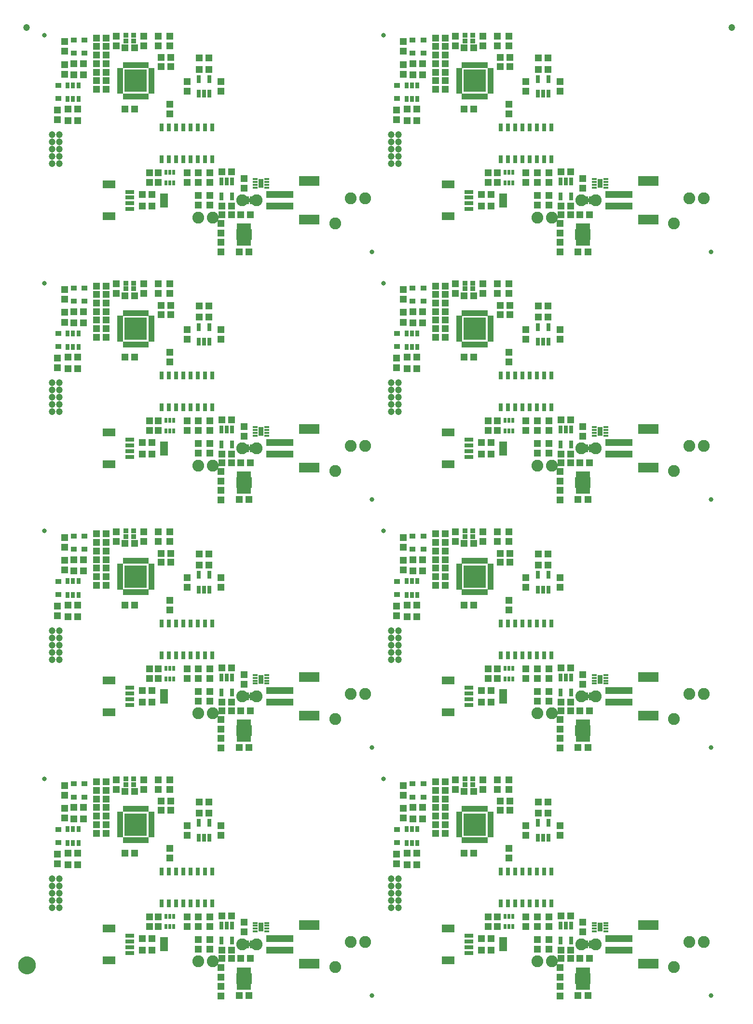
<source format=gbs>
G04 EAGLE Gerber RS-274X export*
G75*
%MOMM*%
%FSLAX34Y34*%
%LPD*%
%INSoldermask Bottom*%
%IPPOS*%
%AMOC8*
5,1,8,0,0,1.08239X$1,22.5*%
G01*
%ADD10C,0.838200*%
%ADD11R,1.203200X1.303200*%
%ADD12R,0.753200X1.403200*%
%ADD13R,1.303200X1.203200*%
%ADD14R,0.803200X1.403200*%
%ADD15R,0.503200X0.863200*%
%ADD16R,0.840000X0.440000*%
%ADD17R,0.940000X1.520000*%
%ADD18C,2.082800*%
%ADD19R,4.803200X1.203200*%
%ADD20R,3.603200X1.803200*%
%ADD21R,0.838200X1.473200*%
%ADD22R,0.553200X1.003200*%
%ADD23R,2.703200X1.903200*%
%ADD24R,1.473200X0.838200*%
%ADD25R,0.753200X1.003200*%
%ADD26R,1.033200X0.833200*%
%ADD27R,0.953200X0.903200*%
%ADD28R,1.103200X0.483200*%
%ADD29R,3.903200X3.903200*%
%ADD30R,0.483200X1.103200*%
%ADD31R,2.203200X1.403200*%
%ADD32R,1.553200X0.803200*%
%ADD33C,1.203200*%
%ADD34C,1.270000*%
%ADD35C,1.703200*%

G36*
X962041Y1401813D02*
X962041Y1401813D01*
X962107Y1401815D01*
X962150Y1401833D01*
X962197Y1401841D01*
X962254Y1401875D01*
X962315Y1401899D01*
X962350Y1401931D01*
X962390Y1401955D01*
X962432Y1402006D01*
X962480Y1402051D01*
X962502Y1402093D01*
X962532Y1402130D01*
X962553Y1402192D01*
X962583Y1402250D01*
X962591Y1402305D01*
X962603Y1402342D01*
X962602Y1402381D01*
X962610Y1402436D01*
X962610Y1408024D01*
X962599Y1408089D01*
X962597Y1408154D01*
X962579Y1408198D01*
X962571Y1408245D01*
X962537Y1408301D01*
X962513Y1408362D01*
X962481Y1408397D01*
X962457Y1408438D01*
X962406Y1408479D01*
X962361Y1408528D01*
X962319Y1408549D01*
X962282Y1408579D01*
X962220Y1408600D01*
X962162Y1408630D01*
X962107Y1408639D01*
X962070Y1408651D01*
X962031Y1408650D01*
X961976Y1408658D01*
X958166Y1408658D01*
X958101Y1408646D01*
X958036Y1408644D01*
X957992Y1408627D01*
X957945Y1408618D01*
X957889Y1408585D01*
X957828Y1408560D01*
X957793Y1408528D01*
X957752Y1408504D01*
X957711Y1408453D01*
X957662Y1408409D01*
X957641Y1408367D01*
X957611Y1408330D01*
X957590Y1408268D01*
X957560Y1408209D01*
X957552Y1408155D01*
X957539Y1408118D01*
X957540Y1408078D01*
X957532Y1408024D01*
X957532Y1402436D01*
X957544Y1402371D01*
X957546Y1402305D01*
X957563Y1402262D01*
X957572Y1402215D01*
X957605Y1402158D01*
X957630Y1402097D01*
X957662Y1402063D01*
X957686Y1402022D01*
X957737Y1401980D01*
X957781Y1401932D01*
X957823Y1401910D01*
X957860Y1401880D01*
X957922Y1401859D01*
X957981Y1401829D01*
X958035Y1401821D01*
X958072Y1401809D01*
X958112Y1401810D01*
X958166Y1401802D01*
X961976Y1401802D01*
X962041Y1401813D01*
G37*
G36*
X366970Y1401813D02*
X366970Y1401813D01*
X367036Y1401815D01*
X367079Y1401833D01*
X367126Y1401841D01*
X367183Y1401875D01*
X367243Y1401899D01*
X367278Y1401931D01*
X367319Y1401955D01*
X367361Y1402006D01*
X367409Y1402051D01*
X367431Y1402093D01*
X367460Y1402130D01*
X367481Y1402192D01*
X367512Y1402250D01*
X367520Y1402305D01*
X367532Y1402342D01*
X367531Y1402381D01*
X367539Y1402436D01*
X367539Y1408024D01*
X367528Y1408089D01*
X367526Y1408154D01*
X367508Y1408198D01*
X367500Y1408245D01*
X367466Y1408301D01*
X367441Y1408362D01*
X367410Y1408397D01*
X367385Y1408438D01*
X367334Y1408479D01*
X367290Y1408528D01*
X367248Y1408549D01*
X367211Y1408579D01*
X367149Y1408600D01*
X367090Y1408630D01*
X367036Y1408639D01*
X366999Y1408651D01*
X366959Y1408650D01*
X366905Y1408658D01*
X363095Y1408658D01*
X363030Y1408646D01*
X362964Y1408644D01*
X362921Y1408627D01*
X362874Y1408618D01*
X362817Y1408585D01*
X362757Y1408560D01*
X362722Y1408528D01*
X362681Y1408504D01*
X362640Y1408453D01*
X362591Y1408409D01*
X362569Y1408367D01*
X362540Y1408330D01*
X362519Y1408268D01*
X362488Y1408209D01*
X362480Y1408155D01*
X362468Y1408118D01*
X362469Y1408078D01*
X362461Y1408024D01*
X362461Y1402436D01*
X362472Y1402371D01*
X362474Y1402305D01*
X362492Y1402262D01*
X362500Y1402215D01*
X362534Y1402158D01*
X362559Y1402097D01*
X362590Y1402063D01*
X362615Y1402022D01*
X362666Y1401980D01*
X362710Y1401932D01*
X362752Y1401910D01*
X362789Y1401880D01*
X362851Y1401859D01*
X362910Y1401829D01*
X362964Y1401821D01*
X363001Y1401809D01*
X363041Y1401810D01*
X363095Y1401802D01*
X366905Y1401802D01*
X366970Y1401813D01*
G37*
G36*
X962041Y966737D02*
X962041Y966737D01*
X962107Y966739D01*
X962150Y966756D01*
X962197Y966765D01*
X962254Y966798D01*
X962315Y966823D01*
X962350Y966855D01*
X962390Y966879D01*
X962432Y966930D01*
X962480Y966974D01*
X962502Y967016D01*
X962532Y967053D01*
X962553Y967115D01*
X962583Y967174D01*
X962591Y967228D01*
X962603Y967265D01*
X962602Y967305D01*
X962610Y967359D01*
X962610Y972947D01*
X962599Y973012D01*
X962597Y973078D01*
X962579Y973121D01*
X962571Y973168D01*
X962537Y973225D01*
X962513Y973286D01*
X962481Y973321D01*
X962457Y973361D01*
X962406Y973403D01*
X962361Y973451D01*
X962319Y973473D01*
X962282Y973503D01*
X962220Y973524D01*
X962162Y973554D01*
X962107Y973562D01*
X962070Y973574D01*
X962031Y973573D01*
X961976Y973581D01*
X958166Y973581D01*
X958101Y973570D01*
X958036Y973568D01*
X957992Y973550D01*
X957945Y973542D01*
X957889Y973508D01*
X957828Y973484D01*
X957793Y973452D01*
X957752Y973428D01*
X957711Y973377D01*
X957662Y973332D01*
X957641Y973290D01*
X957611Y973253D01*
X957590Y973191D01*
X957560Y973133D01*
X957552Y973078D01*
X957539Y973041D01*
X957540Y973002D01*
X957532Y972947D01*
X957532Y967359D01*
X957544Y967294D01*
X957546Y967229D01*
X957563Y967185D01*
X957572Y967138D01*
X957605Y967082D01*
X957630Y967021D01*
X957662Y966986D01*
X957686Y966945D01*
X957737Y966904D01*
X957781Y966855D01*
X957823Y966834D01*
X957860Y966804D01*
X957922Y966783D01*
X957981Y966753D01*
X958035Y966745D01*
X958072Y966732D01*
X958112Y966733D01*
X958166Y966725D01*
X961976Y966725D01*
X962041Y966737D01*
G37*
G36*
X366970Y966737D02*
X366970Y966737D01*
X367036Y966739D01*
X367079Y966756D01*
X367126Y966765D01*
X367183Y966798D01*
X367243Y966823D01*
X367278Y966855D01*
X367319Y966879D01*
X367361Y966930D01*
X367409Y966974D01*
X367431Y967016D01*
X367460Y967053D01*
X367481Y967115D01*
X367512Y967174D01*
X367520Y967228D01*
X367532Y967265D01*
X367531Y967305D01*
X367539Y967359D01*
X367539Y972947D01*
X367528Y973012D01*
X367526Y973078D01*
X367508Y973121D01*
X367500Y973168D01*
X367466Y973225D01*
X367441Y973286D01*
X367410Y973321D01*
X367385Y973361D01*
X367334Y973403D01*
X367290Y973451D01*
X367248Y973473D01*
X367211Y973503D01*
X367149Y973524D01*
X367090Y973554D01*
X367036Y973562D01*
X366999Y973574D01*
X366959Y973573D01*
X366905Y973581D01*
X363095Y973581D01*
X363030Y973570D01*
X362964Y973568D01*
X362921Y973550D01*
X362874Y973542D01*
X362817Y973508D01*
X362757Y973484D01*
X362722Y973452D01*
X362681Y973428D01*
X362640Y973377D01*
X362591Y973332D01*
X362569Y973290D01*
X362540Y973253D01*
X362519Y973191D01*
X362488Y973133D01*
X362480Y973078D01*
X362468Y973041D01*
X362469Y973002D01*
X362461Y972947D01*
X362461Y967359D01*
X362472Y967294D01*
X362474Y967229D01*
X362492Y967185D01*
X362500Y967138D01*
X362534Y967082D01*
X362559Y967021D01*
X362590Y966986D01*
X362615Y966945D01*
X362666Y966904D01*
X362710Y966855D01*
X362752Y966834D01*
X362789Y966804D01*
X362851Y966783D01*
X362910Y966753D01*
X362964Y966745D01*
X363001Y966732D01*
X363041Y966733D01*
X363095Y966725D01*
X366905Y966725D01*
X366970Y966737D01*
G37*
G36*
X962041Y531660D02*
X962041Y531660D01*
X962107Y531662D01*
X962150Y531680D01*
X962197Y531688D01*
X962254Y531722D01*
X962315Y531746D01*
X962350Y531778D01*
X962390Y531802D01*
X962432Y531853D01*
X962480Y531898D01*
X962502Y531940D01*
X962532Y531976D01*
X962553Y532039D01*
X962583Y532097D01*
X962591Y532152D01*
X962603Y532189D01*
X962602Y532228D01*
X962610Y532283D01*
X962610Y537871D01*
X962599Y537935D01*
X962597Y538001D01*
X962579Y538045D01*
X962571Y538091D01*
X962537Y538148D01*
X962513Y538209D01*
X962481Y538244D01*
X962457Y538285D01*
X962406Y538326D01*
X962361Y538375D01*
X962319Y538396D01*
X962282Y538426D01*
X962220Y538447D01*
X962162Y538477D01*
X962107Y538485D01*
X962070Y538498D01*
X962031Y538497D01*
X961976Y538505D01*
X958166Y538505D01*
X958101Y538493D01*
X958036Y538491D01*
X957992Y538474D01*
X957945Y538465D01*
X957889Y538432D01*
X957828Y538407D01*
X957793Y538375D01*
X957752Y538351D01*
X957711Y538300D01*
X957662Y538256D01*
X957641Y538214D01*
X957611Y538177D01*
X957590Y538115D01*
X957560Y538056D01*
X957552Y538002D01*
X957539Y537964D01*
X957540Y537925D01*
X957532Y537871D01*
X957532Y532283D01*
X957544Y532218D01*
X957546Y532152D01*
X957563Y532108D01*
X957572Y532062D01*
X957605Y532005D01*
X957630Y531944D01*
X957662Y531909D01*
X957686Y531869D01*
X957737Y531827D01*
X957781Y531779D01*
X957823Y531757D01*
X957860Y531727D01*
X957922Y531706D01*
X957981Y531676D01*
X958035Y531668D01*
X958072Y531655D01*
X958112Y531656D01*
X958166Y531648D01*
X961976Y531648D01*
X962041Y531660D01*
G37*
G36*
X366970Y531660D02*
X366970Y531660D01*
X367036Y531662D01*
X367079Y531680D01*
X367126Y531688D01*
X367183Y531722D01*
X367243Y531746D01*
X367278Y531778D01*
X367319Y531802D01*
X367361Y531853D01*
X367409Y531898D01*
X367431Y531940D01*
X367460Y531976D01*
X367481Y532039D01*
X367512Y532097D01*
X367520Y532152D01*
X367532Y532189D01*
X367531Y532228D01*
X367539Y532283D01*
X367539Y537871D01*
X367528Y537935D01*
X367526Y538001D01*
X367508Y538045D01*
X367500Y538091D01*
X367466Y538148D01*
X367441Y538209D01*
X367410Y538244D01*
X367385Y538285D01*
X367334Y538326D01*
X367290Y538375D01*
X367248Y538396D01*
X367211Y538426D01*
X367149Y538447D01*
X367090Y538477D01*
X367036Y538485D01*
X366999Y538498D01*
X366959Y538497D01*
X366905Y538505D01*
X363095Y538505D01*
X363030Y538493D01*
X362964Y538491D01*
X362921Y538474D01*
X362874Y538465D01*
X362817Y538432D01*
X362757Y538407D01*
X362722Y538375D01*
X362681Y538351D01*
X362640Y538300D01*
X362591Y538256D01*
X362569Y538214D01*
X362540Y538177D01*
X362519Y538115D01*
X362488Y538056D01*
X362480Y538002D01*
X362468Y537964D01*
X362469Y537925D01*
X362461Y537871D01*
X362461Y532283D01*
X362472Y532218D01*
X362474Y532152D01*
X362492Y532108D01*
X362500Y532062D01*
X362534Y532005D01*
X362559Y531944D01*
X362590Y531909D01*
X362615Y531869D01*
X362666Y531827D01*
X362710Y531779D01*
X362752Y531757D01*
X362789Y531727D01*
X362851Y531706D01*
X362910Y531676D01*
X362964Y531668D01*
X363001Y531655D01*
X363041Y531656D01*
X363095Y531648D01*
X366905Y531648D01*
X366970Y531660D01*
G37*
G36*
X962041Y96583D02*
X962041Y96583D01*
X962107Y96585D01*
X962150Y96603D01*
X962197Y96611D01*
X962254Y96645D01*
X962315Y96670D01*
X962350Y96701D01*
X962390Y96726D01*
X962432Y96777D01*
X962480Y96821D01*
X962502Y96863D01*
X962532Y96900D01*
X962553Y96962D01*
X962583Y97021D01*
X962591Y97075D01*
X962603Y97112D01*
X962602Y97152D01*
X962610Y97206D01*
X962610Y102794D01*
X962599Y102859D01*
X962597Y102925D01*
X962579Y102968D01*
X962571Y103015D01*
X962537Y103072D01*
X962513Y103132D01*
X962481Y103167D01*
X962457Y103208D01*
X962406Y103250D01*
X962361Y103298D01*
X962319Y103320D01*
X962282Y103349D01*
X962220Y103370D01*
X962162Y103401D01*
X962107Y103409D01*
X962070Y103421D01*
X962031Y103420D01*
X961976Y103428D01*
X958166Y103428D01*
X958101Y103417D01*
X958036Y103415D01*
X957992Y103397D01*
X957945Y103389D01*
X957889Y103355D01*
X957828Y103330D01*
X957793Y103299D01*
X957752Y103274D01*
X957711Y103223D01*
X957662Y103179D01*
X957641Y103137D01*
X957611Y103100D01*
X957590Y103038D01*
X957560Y102979D01*
X957552Y102925D01*
X957539Y102888D01*
X957540Y102848D01*
X957532Y102794D01*
X957532Y97206D01*
X957544Y97141D01*
X957546Y97075D01*
X957563Y97032D01*
X957572Y96985D01*
X957605Y96928D01*
X957630Y96868D01*
X957662Y96833D01*
X957686Y96792D01*
X957737Y96751D01*
X957781Y96702D01*
X957823Y96680D01*
X957860Y96651D01*
X957922Y96630D01*
X957981Y96599D01*
X958035Y96591D01*
X958072Y96579D01*
X958112Y96580D01*
X958166Y96572D01*
X961976Y96572D01*
X962041Y96583D01*
G37*
G36*
X366970Y96583D02*
X366970Y96583D01*
X367036Y96585D01*
X367079Y96603D01*
X367126Y96611D01*
X367183Y96645D01*
X367243Y96670D01*
X367278Y96701D01*
X367319Y96726D01*
X367361Y96777D01*
X367409Y96821D01*
X367431Y96863D01*
X367460Y96900D01*
X367481Y96962D01*
X367512Y97021D01*
X367520Y97075D01*
X367532Y97112D01*
X367531Y97152D01*
X367539Y97206D01*
X367539Y102794D01*
X367528Y102859D01*
X367526Y102925D01*
X367508Y102968D01*
X367500Y103015D01*
X367466Y103072D01*
X367441Y103132D01*
X367410Y103167D01*
X367385Y103208D01*
X367334Y103250D01*
X367290Y103298D01*
X367248Y103320D01*
X367211Y103349D01*
X367149Y103370D01*
X367090Y103401D01*
X367036Y103409D01*
X366999Y103421D01*
X366959Y103420D01*
X366905Y103428D01*
X363095Y103428D01*
X363030Y103417D01*
X362964Y103415D01*
X362921Y103397D01*
X362874Y103389D01*
X362817Y103355D01*
X362757Y103330D01*
X362722Y103299D01*
X362681Y103274D01*
X362640Y103223D01*
X362591Y103179D01*
X362569Y103137D01*
X362540Y103100D01*
X362519Y103038D01*
X362488Y102979D01*
X362480Y102925D01*
X362468Y102888D01*
X362469Y102848D01*
X362461Y102794D01*
X362461Y97206D01*
X362472Y97141D01*
X362474Y97075D01*
X362492Y97032D01*
X362500Y96985D01*
X362534Y96928D01*
X362559Y96868D01*
X362590Y96833D01*
X362615Y96792D01*
X362666Y96751D01*
X362710Y96702D01*
X362752Y96680D01*
X362789Y96651D01*
X362851Y96630D01*
X362910Y96599D01*
X362964Y96591D01*
X363001Y96579D01*
X363041Y96580D01*
X363095Y96572D01*
X366905Y96572D01*
X366970Y96583D01*
G37*
D10*
X580000Y10000D03*
X5000Y390000D03*
D11*
X295000Y91500D03*
X295000Y108500D03*
X275000Y108500D03*
X275000Y91500D03*
D12*
X315500Y133001D03*
X325000Y133001D03*
X334500Y133001D03*
X334500Y106999D03*
X315500Y106999D03*
D13*
X333500Y150000D03*
X316500Y150000D03*
D11*
X275000Y131500D03*
X275000Y148500D03*
X295000Y131500D03*
X295000Y148500D03*
X189000Y148500D03*
X189000Y131500D03*
D14*
X210550Y228000D03*
X223250Y228000D03*
X235950Y228000D03*
X248650Y228000D03*
X261350Y228000D03*
X274050Y228000D03*
X286750Y228000D03*
X299450Y228000D03*
X299450Y172000D03*
X286750Y172000D03*
X274050Y172000D03*
X261350Y172000D03*
X248650Y172000D03*
X235950Y172000D03*
X223250Y172000D03*
X210550Y172000D03*
D11*
X255000Y131500D03*
X255000Y148500D03*
X205000Y148500D03*
X205000Y131500D03*
D15*
X218500Y149200D03*
X225000Y130800D03*
X231500Y130800D03*
X218500Y130800D03*
X225000Y149200D03*
X231500Y149200D03*
D11*
X225000Y251500D03*
X225000Y268500D03*
D16*
X394900Y122500D03*
X394900Y127500D03*
X394900Y132500D03*
X394900Y137500D03*
X374900Y137500D03*
X374900Y132500D03*
X374900Y127500D03*
X374900Y122500D03*
D17*
X385000Y130000D03*
D11*
X355000Y121500D03*
X355000Y138500D03*
D18*
X275000Y70000D03*
X300400Y70000D03*
D13*
X316500Y75000D03*
X333500Y75000D03*
X366500Y75000D03*
X349500Y75000D03*
X363500Y10000D03*
X346500Y10000D03*
D19*
X418000Y90000D03*
X418000Y110000D03*
D20*
X470000Y66000D03*
X470000Y134000D03*
D21*
X370080Y100000D03*
X359920Y100000D03*
D18*
X377700Y100000D03*
X352300Y100000D03*
D22*
X355000Y25500D03*
X360000Y25500D03*
X365000Y25500D03*
X350000Y25500D03*
X345000Y25500D03*
X345000Y54500D03*
X350000Y54500D03*
X355000Y54500D03*
X360000Y54500D03*
X365000Y54500D03*
D23*
X355000Y40000D03*
D11*
X315000Y59500D03*
X315000Y42500D03*
D13*
X333500Y90000D03*
X316500Y90000D03*
D11*
X315000Y9500D03*
X315000Y26500D03*
D13*
X176500Y90000D03*
X193500Y90000D03*
X176500Y110000D03*
X193500Y110000D03*
D24*
X215000Y108128D03*
X215000Y100000D03*
X215000Y91872D03*
D25*
X45500Y302000D03*
X55000Y302000D03*
X64500Y302000D03*
X64500Y278000D03*
X45500Y278000D03*
X55000Y278000D03*
D13*
X63500Y260000D03*
X46500Y260000D03*
X46500Y240000D03*
X63500Y240000D03*
D11*
X28000Y258500D03*
X28000Y241500D03*
D26*
X29000Y301500D03*
X29000Y278500D03*
D11*
X40000Y338500D03*
X40000Y321500D03*
X40000Y378500D03*
X40000Y361500D03*
D13*
X73500Y320000D03*
X56500Y320000D03*
X73500Y340000D03*
X56500Y340000D03*
D26*
X56000Y358500D03*
X56000Y381500D03*
X75000Y358500D03*
X75000Y381500D03*
D13*
X293500Y330000D03*
X276500Y330000D03*
X276500Y350000D03*
X293500Y350000D03*
D12*
X294500Y286999D03*
X285000Y286999D03*
X275500Y286999D03*
X275500Y313001D03*
X294500Y313001D03*
D11*
X315000Y291500D03*
X315000Y308500D03*
X255000Y308500D03*
X255000Y291500D03*
X225000Y371500D03*
X225000Y388500D03*
D27*
X148250Y380000D03*
X161750Y380000D03*
X161750Y390000D03*
X148250Y390000D03*
D28*
X192500Y330000D03*
D29*
X165000Y310000D03*
D28*
X192500Y325000D03*
X192500Y320000D03*
X192500Y315000D03*
X192500Y310000D03*
X192500Y305000D03*
X192500Y300000D03*
X192500Y295000D03*
X192500Y290000D03*
D30*
X185000Y282500D03*
X180000Y282500D03*
X175000Y282500D03*
X170000Y282500D03*
X165000Y282500D03*
X160000Y282500D03*
X155000Y282500D03*
X150000Y282500D03*
X145000Y282500D03*
D28*
X137500Y290000D03*
X137500Y295000D03*
X137500Y300000D03*
X137500Y305000D03*
X137500Y310000D03*
X137500Y315000D03*
X137500Y320000D03*
X137500Y325000D03*
X137500Y330000D03*
D30*
X145000Y337500D03*
X150000Y337500D03*
X155000Y337500D03*
X160000Y337500D03*
X165000Y337500D03*
X170000Y337500D03*
X175000Y337500D03*
X180000Y337500D03*
X185000Y337500D03*
D13*
X146500Y368000D03*
X163500Y368000D03*
D11*
X179000Y388500D03*
X179000Y371500D03*
X131000Y388500D03*
X131000Y371500D03*
D13*
X96500Y385000D03*
X113500Y385000D03*
X96500Y295000D03*
X113500Y295000D03*
D11*
X205000Y371500D03*
X205000Y388500D03*
D13*
X163500Y260000D03*
X146500Y260000D03*
X113500Y325000D03*
X96500Y325000D03*
X113500Y310000D03*
X96500Y310000D03*
D31*
X118250Y72000D03*
X118250Y128000D03*
D32*
X155000Y85000D03*
X155000Y95000D03*
X155000Y105000D03*
X155000Y115000D03*
D13*
X96500Y355000D03*
X113500Y355000D03*
X113500Y340000D03*
X96500Y340000D03*
D18*
X542000Y104000D03*
X567400Y104000D03*
D13*
X209500Y335000D03*
X226500Y335000D03*
X209500Y351000D03*
X226500Y351000D03*
X113500Y370000D03*
X96500Y370000D03*
D18*
X515000Y60000D03*
D33*
X31350Y177300D03*
X31350Y190000D03*
X31350Y202700D03*
X31350Y215400D03*
X31350Y164600D03*
X18650Y177300D03*
X18650Y190000D03*
X18650Y202700D03*
X18650Y215400D03*
X18650Y164600D03*
D10*
X1175071Y10000D03*
X600071Y390000D03*
D11*
X890071Y91500D03*
X890071Y108500D03*
X870071Y108500D03*
X870071Y91500D03*
D12*
X910571Y133001D03*
X920071Y133001D03*
X929571Y133001D03*
X929571Y106999D03*
X910571Y106999D03*
D13*
X928571Y150000D03*
X911571Y150000D03*
D11*
X870071Y131500D03*
X870071Y148500D03*
X890071Y131500D03*
X890071Y148500D03*
X784071Y148500D03*
X784071Y131500D03*
D14*
X805621Y228000D03*
X818321Y228000D03*
X831021Y228000D03*
X843721Y228000D03*
X856421Y228000D03*
X869121Y228000D03*
X881821Y228000D03*
X894521Y228000D03*
X894521Y172000D03*
X881821Y172000D03*
X869121Y172000D03*
X856421Y172000D03*
X843721Y172000D03*
X831021Y172000D03*
X818321Y172000D03*
X805621Y172000D03*
D11*
X850071Y131500D03*
X850071Y148500D03*
X800071Y148500D03*
X800071Y131500D03*
D15*
X813571Y149200D03*
X820071Y130800D03*
X826571Y130800D03*
X813571Y130800D03*
X820071Y149200D03*
X826571Y149200D03*
D11*
X820071Y251500D03*
X820071Y268500D03*
D16*
X989971Y122500D03*
X989971Y127500D03*
X989971Y132500D03*
X989971Y137500D03*
X969971Y137500D03*
X969971Y132500D03*
X969971Y127500D03*
X969971Y122500D03*
D17*
X980071Y130000D03*
D11*
X950071Y121500D03*
X950071Y138500D03*
D18*
X870071Y70000D03*
X895471Y70000D03*
D13*
X911571Y75000D03*
X928571Y75000D03*
X961571Y75000D03*
X944571Y75000D03*
X958571Y10000D03*
X941571Y10000D03*
D19*
X1013071Y90000D03*
X1013071Y110000D03*
D20*
X1065071Y66000D03*
X1065071Y134000D03*
D21*
X965151Y100000D03*
X954991Y100000D03*
D18*
X972771Y100000D03*
X947371Y100000D03*
D22*
X950071Y25500D03*
X955071Y25500D03*
X960071Y25500D03*
X945071Y25500D03*
X940071Y25500D03*
X940071Y54500D03*
X945071Y54500D03*
X950071Y54500D03*
X955071Y54500D03*
X960071Y54500D03*
D23*
X950071Y40000D03*
D11*
X910071Y59500D03*
X910071Y42500D03*
D13*
X928571Y90000D03*
X911571Y90000D03*
D11*
X910071Y9500D03*
X910071Y26500D03*
D13*
X771571Y90000D03*
X788571Y90000D03*
X771571Y110000D03*
X788571Y110000D03*
D24*
X810071Y108128D03*
X810071Y100000D03*
X810071Y91872D03*
D25*
X640571Y302000D03*
X650071Y302000D03*
X659571Y302000D03*
X659571Y278000D03*
X640571Y278000D03*
X650071Y278000D03*
D13*
X658571Y260000D03*
X641571Y260000D03*
X641571Y240000D03*
X658571Y240000D03*
D11*
X623071Y258500D03*
X623071Y241500D03*
D26*
X624071Y301500D03*
X624071Y278500D03*
D11*
X635071Y338500D03*
X635071Y321500D03*
X635071Y378500D03*
X635071Y361500D03*
D13*
X668571Y320000D03*
X651571Y320000D03*
X668571Y340000D03*
X651571Y340000D03*
D26*
X651071Y358500D03*
X651071Y381500D03*
X670071Y358500D03*
X670071Y381500D03*
D13*
X888571Y330000D03*
X871571Y330000D03*
X871571Y350000D03*
X888571Y350000D03*
D12*
X889571Y286999D03*
X880071Y286999D03*
X870571Y286999D03*
X870571Y313001D03*
X889571Y313001D03*
D11*
X910071Y291500D03*
X910071Y308500D03*
X850071Y308500D03*
X850071Y291500D03*
X820071Y371500D03*
X820071Y388500D03*
D27*
X743321Y380000D03*
X756821Y380000D03*
X756821Y390000D03*
X743321Y390000D03*
D28*
X787571Y330000D03*
D29*
X760071Y310000D03*
D28*
X787571Y325000D03*
X787571Y320000D03*
X787571Y315000D03*
X787571Y310000D03*
X787571Y305000D03*
X787571Y300000D03*
X787571Y295000D03*
X787571Y290000D03*
D30*
X780071Y282500D03*
X775071Y282500D03*
X770071Y282500D03*
X765071Y282500D03*
X760071Y282500D03*
X755071Y282500D03*
X750071Y282500D03*
X745071Y282500D03*
X740071Y282500D03*
D28*
X732571Y290000D03*
X732571Y295000D03*
X732571Y300000D03*
X732571Y305000D03*
X732571Y310000D03*
X732571Y315000D03*
X732571Y320000D03*
X732571Y325000D03*
X732571Y330000D03*
D30*
X740071Y337500D03*
X745071Y337500D03*
X750071Y337500D03*
X755071Y337500D03*
X760071Y337500D03*
X765071Y337500D03*
X770071Y337500D03*
X775071Y337500D03*
X780071Y337500D03*
D13*
X741571Y368000D03*
X758571Y368000D03*
D11*
X774071Y388500D03*
X774071Y371500D03*
X726071Y388500D03*
X726071Y371500D03*
D13*
X691571Y385000D03*
X708571Y385000D03*
X691571Y295000D03*
X708571Y295000D03*
D11*
X800071Y371500D03*
X800071Y388500D03*
D13*
X758571Y260000D03*
X741571Y260000D03*
X708571Y325000D03*
X691571Y325000D03*
X708571Y310000D03*
X691571Y310000D03*
D31*
X713321Y72000D03*
X713321Y128000D03*
D32*
X750071Y85000D03*
X750071Y95000D03*
X750071Y105000D03*
X750071Y115000D03*
D13*
X691571Y355000D03*
X708571Y355000D03*
X708571Y340000D03*
X691571Y340000D03*
D18*
X1137071Y104000D03*
X1162471Y104000D03*
D13*
X804571Y335000D03*
X821571Y335000D03*
X804571Y351000D03*
X821571Y351000D03*
X708571Y370000D03*
X691571Y370000D03*
D18*
X1110071Y60000D03*
D33*
X626421Y177300D03*
X626421Y190000D03*
X626421Y202700D03*
X626421Y215400D03*
X626421Y164600D03*
X613721Y177300D03*
X613721Y190000D03*
X613721Y202700D03*
X613721Y215400D03*
X613721Y164600D03*
D10*
X580000Y445077D03*
X5000Y825077D03*
D11*
X295000Y526577D03*
X295000Y543577D03*
X275000Y543577D03*
X275000Y526577D03*
D12*
X315500Y568078D03*
X325000Y568078D03*
X334500Y568078D03*
X334500Y542076D03*
X315500Y542076D03*
D13*
X333500Y585077D03*
X316500Y585077D03*
D11*
X275000Y566577D03*
X275000Y583577D03*
X295000Y566577D03*
X295000Y583577D03*
X189000Y583577D03*
X189000Y566577D03*
D14*
X210550Y663077D03*
X223250Y663077D03*
X235950Y663077D03*
X248650Y663077D03*
X261350Y663077D03*
X274050Y663077D03*
X286750Y663077D03*
X299450Y663077D03*
X299450Y607077D03*
X286750Y607077D03*
X274050Y607077D03*
X261350Y607077D03*
X248650Y607077D03*
X235950Y607077D03*
X223250Y607077D03*
X210550Y607077D03*
D11*
X255000Y566577D03*
X255000Y583577D03*
X205000Y583577D03*
X205000Y566577D03*
D15*
X218500Y584277D03*
X225000Y565877D03*
X231500Y565877D03*
X218500Y565877D03*
X225000Y584277D03*
X231500Y584277D03*
D11*
X225000Y686577D03*
X225000Y703577D03*
D16*
X394900Y557577D03*
X394900Y562577D03*
X394900Y567577D03*
X394900Y572577D03*
X374900Y572577D03*
X374900Y567577D03*
X374900Y562577D03*
X374900Y557577D03*
D17*
X385000Y565077D03*
D11*
X355000Y556577D03*
X355000Y573577D03*
D18*
X275000Y505077D03*
X300400Y505077D03*
D13*
X316500Y510077D03*
X333500Y510077D03*
X366500Y510077D03*
X349500Y510077D03*
X363500Y445077D03*
X346500Y445077D03*
D19*
X418000Y525077D03*
X418000Y545077D03*
D20*
X470000Y501077D03*
X470000Y569077D03*
D21*
X370080Y535077D03*
X359920Y535077D03*
D18*
X377700Y535077D03*
X352300Y535077D03*
D22*
X355000Y460577D03*
X360000Y460577D03*
X365000Y460577D03*
X350000Y460577D03*
X345000Y460577D03*
X345000Y489577D03*
X350000Y489577D03*
X355000Y489577D03*
X360000Y489577D03*
X365000Y489577D03*
D23*
X355000Y475077D03*
D11*
X315000Y494577D03*
X315000Y477577D03*
D13*
X333500Y525077D03*
X316500Y525077D03*
D11*
X315000Y444577D03*
X315000Y461577D03*
D13*
X176500Y525077D03*
X193500Y525077D03*
X176500Y545077D03*
X193500Y545077D03*
D24*
X215000Y543205D03*
X215000Y535077D03*
X215000Y526949D03*
D25*
X45500Y737077D03*
X55000Y737077D03*
X64500Y737077D03*
X64500Y713077D03*
X45500Y713077D03*
X55000Y713077D03*
D13*
X63500Y695077D03*
X46500Y695077D03*
X46500Y675077D03*
X63500Y675077D03*
D11*
X28000Y693577D03*
X28000Y676577D03*
D26*
X29000Y736577D03*
X29000Y713577D03*
D11*
X40000Y773577D03*
X40000Y756577D03*
X40000Y813577D03*
X40000Y796577D03*
D13*
X73500Y755077D03*
X56500Y755077D03*
X73500Y775077D03*
X56500Y775077D03*
D26*
X56000Y793577D03*
X56000Y816577D03*
X75000Y793577D03*
X75000Y816577D03*
D13*
X293500Y765077D03*
X276500Y765077D03*
X276500Y785077D03*
X293500Y785077D03*
D12*
X294500Y722076D03*
X285000Y722076D03*
X275500Y722076D03*
X275500Y748078D03*
X294500Y748078D03*
D11*
X315000Y726577D03*
X315000Y743577D03*
X255000Y743577D03*
X255000Y726577D03*
X225000Y806577D03*
X225000Y823577D03*
D27*
X148250Y815077D03*
X161750Y815077D03*
X161750Y825077D03*
X148250Y825077D03*
D28*
X192500Y765077D03*
D29*
X165000Y745077D03*
D28*
X192500Y760077D03*
X192500Y755077D03*
X192500Y750077D03*
X192500Y745077D03*
X192500Y740077D03*
X192500Y735077D03*
X192500Y730077D03*
X192500Y725077D03*
D30*
X185000Y717577D03*
X180000Y717577D03*
X175000Y717577D03*
X170000Y717577D03*
X165000Y717577D03*
X160000Y717577D03*
X155000Y717577D03*
X150000Y717577D03*
X145000Y717577D03*
D28*
X137500Y725077D03*
X137500Y730077D03*
X137500Y735077D03*
X137500Y740077D03*
X137500Y745077D03*
X137500Y750077D03*
X137500Y755077D03*
X137500Y760077D03*
X137500Y765077D03*
D30*
X145000Y772577D03*
X150000Y772577D03*
X155000Y772577D03*
X160000Y772577D03*
X165000Y772577D03*
X170000Y772577D03*
X175000Y772577D03*
X180000Y772577D03*
X185000Y772577D03*
D13*
X146500Y803077D03*
X163500Y803077D03*
D11*
X179000Y823577D03*
X179000Y806577D03*
X131000Y823577D03*
X131000Y806577D03*
D13*
X96500Y820077D03*
X113500Y820077D03*
X96500Y730077D03*
X113500Y730077D03*
D11*
X205000Y806577D03*
X205000Y823577D03*
D13*
X163500Y695077D03*
X146500Y695077D03*
X113500Y760077D03*
X96500Y760077D03*
X113500Y745077D03*
X96500Y745077D03*
D31*
X118250Y507077D03*
X118250Y563077D03*
D32*
X155000Y520077D03*
X155000Y530077D03*
X155000Y540077D03*
X155000Y550077D03*
D13*
X96500Y790077D03*
X113500Y790077D03*
X113500Y775077D03*
X96500Y775077D03*
D18*
X542000Y539077D03*
X567400Y539077D03*
D13*
X209500Y770077D03*
X226500Y770077D03*
X209500Y786077D03*
X226500Y786077D03*
X113500Y805077D03*
X96500Y805077D03*
D18*
X515000Y495077D03*
D33*
X31350Y612377D03*
X31350Y625077D03*
X31350Y637777D03*
X31350Y650477D03*
X31350Y599677D03*
X18650Y612377D03*
X18650Y625077D03*
X18650Y637777D03*
X18650Y650477D03*
X18650Y599677D03*
D10*
X1175071Y445077D03*
X600071Y825077D03*
D11*
X890071Y526577D03*
X890071Y543577D03*
X870071Y543577D03*
X870071Y526577D03*
D12*
X910571Y568078D03*
X920071Y568078D03*
X929571Y568078D03*
X929571Y542076D03*
X910571Y542076D03*
D13*
X928571Y585077D03*
X911571Y585077D03*
D11*
X870071Y566577D03*
X870071Y583577D03*
X890071Y566577D03*
X890071Y583577D03*
X784071Y583577D03*
X784071Y566577D03*
D14*
X805621Y663077D03*
X818321Y663077D03*
X831021Y663077D03*
X843721Y663077D03*
X856421Y663077D03*
X869121Y663077D03*
X881821Y663077D03*
X894521Y663077D03*
X894521Y607077D03*
X881821Y607077D03*
X869121Y607077D03*
X856421Y607077D03*
X843721Y607077D03*
X831021Y607077D03*
X818321Y607077D03*
X805621Y607077D03*
D11*
X850071Y566577D03*
X850071Y583577D03*
X800071Y583577D03*
X800071Y566577D03*
D15*
X813571Y584277D03*
X820071Y565877D03*
X826571Y565877D03*
X813571Y565877D03*
X820071Y584277D03*
X826571Y584277D03*
D11*
X820071Y686577D03*
X820071Y703577D03*
D16*
X989971Y557577D03*
X989971Y562577D03*
X989971Y567577D03*
X989971Y572577D03*
X969971Y572577D03*
X969971Y567577D03*
X969971Y562577D03*
X969971Y557577D03*
D17*
X980071Y565077D03*
D11*
X950071Y556577D03*
X950071Y573577D03*
D18*
X870071Y505077D03*
X895471Y505077D03*
D13*
X911571Y510077D03*
X928571Y510077D03*
X961571Y510077D03*
X944571Y510077D03*
X958571Y445077D03*
X941571Y445077D03*
D19*
X1013071Y525077D03*
X1013071Y545077D03*
D20*
X1065071Y501077D03*
X1065071Y569077D03*
D21*
X965151Y535077D03*
X954991Y535077D03*
D18*
X972771Y535077D03*
X947371Y535077D03*
D22*
X950071Y460577D03*
X955071Y460577D03*
X960071Y460577D03*
X945071Y460577D03*
X940071Y460577D03*
X940071Y489577D03*
X945071Y489577D03*
X950071Y489577D03*
X955071Y489577D03*
X960071Y489577D03*
D23*
X950071Y475077D03*
D11*
X910071Y494577D03*
X910071Y477577D03*
D13*
X928571Y525077D03*
X911571Y525077D03*
D11*
X910071Y444577D03*
X910071Y461577D03*
D13*
X771571Y525077D03*
X788571Y525077D03*
X771571Y545077D03*
X788571Y545077D03*
D24*
X810071Y543205D03*
X810071Y535077D03*
X810071Y526949D03*
D25*
X640571Y737077D03*
X650071Y737077D03*
X659571Y737077D03*
X659571Y713077D03*
X640571Y713077D03*
X650071Y713077D03*
D13*
X658571Y695077D03*
X641571Y695077D03*
X641571Y675077D03*
X658571Y675077D03*
D11*
X623071Y693577D03*
X623071Y676577D03*
D26*
X624071Y736577D03*
X624071Y713577D03*
D11*
X635071Y773577D03*
X635071Y756577D03*
X635071Y813577D03*
X635071Y796577D03*
D13*
X668571Y755077D03*
X651571Y755077D03*
X668571Y775077D03*
X651571Y775077D03*
D26*
X651071Y793577D03*
X651071Y816577D03*
X670071Y793577D03*
X670071Y816577D03*
D13*
X888571Y765077D03*
X871571Y765077D03*
X871571Y785077D03*
X888571Y785077D03*
D12*
X889571Y722076D03*
X880071Y722076D03*
X870571Y722076D03*
X870571Y748078D03*
X889571Y748078D03*
D11*
X910071Y726577D03*
X910071Y743577D03*
X850071Y743577D03*
X850071Y726577D03*
X820071Y806577D03*
X820071Y823577D03*
D27*
X743321Y815077D03*
X756821Y815077D03*
X756821Y825077D03*
X743321Y825077D03*
D28*
X787571Y765077D03*
D29*
X760071Y745077D03*
D28*
X787571Y760077D03*
X787571Y755077D03*
X787571Y750077D03*
X787571Y745077D03*
X787571Y740077D03*
X787571Y735077D03*
X787571Y730077D03*
X787571Y725077D03*
D30*
X780071Y717577D03*
X775071Y717577D03*
X770071Y717577D03*
X765071Y717577D03*
X760071Y717577D03*
X755071Y717577D03*
X750071Y717577D03*
X745071Y717577D03*
X740071Y717577D03*
D28*
X732571Y725077D03*
X732571Y730077D03*
X732571Y735077D03*
X732571Y740077D03*
X732571Y745077D03*
X732571Y750077D03*
X732571Y755077D03*
X732571Y760077D03*
X732571Y765077D03*
D30*
X740071Y772577D03*
X745071Y772577D03*
X750071Y772577D03*
X755071Y772577D03*
X760071Y772577D03*
X765071Y772577D03*
X770071Y772577D03*
X775071Y772577D03*
X780071Y772577D03*
D13*
X741571Y803077D03*
X758571Y803077D03*
D11*
X774071Y823577D03*
X774071Y806577D03*
X726071Y823577D03*
X726071Y806577D03*
D13*
X691571Y820077D03*
X708571Y820077D03*
X691571Y730077D03*
X708571Y730077D03*
D11*
X800071Y806577D03*
X800071Y823577D03*
D13*
X758571Y695077D03*
X741571Y695077D03*
X708571Y760077D03*
X691571Y760077D03*
X708571Y745077D03*
X691571Y745077D03*
D31*
X713321Y507077D03*
X713321Y563077D03*
D32*
X750071Y520077D03*
X750071Y530077D03*
X750071Y540077D03*
X750071Y550077D03*
D13*
X691571Y790077D03*
X708571Y790077D03*
X708571Y775077D03*
X691571Y775077D03*
D18*
X1137071Y539077D03*
X1162471Y539077D03*
D13*
X804571Y770077D03*
X821571Y770077D03*
X804571Y786077D03*
X821571Y786077D03*
X708571Y805077D03*
X691571Y805077D03*
D18*
X1110071Y495077D03*
D33*
X626421Y612377D03*
X626421Y625077D03*
X626421Y637777D03*
X626421Y650477D03*
X626421Y599677D03*
X613721Y612377D03*
X613721Y625077D03*
X613721Y637777D03*
X613721Y650477D03*
X613721Y599677D03*
D10*
X580000Y880153D03*
X5000Y1260153D03*
D11*
X295000Y961653D03*
X295000Y978653D03*
X275000Y978653D03*
X275000Y961653D03*
D12*
X315500Y1003154D03*
X325000Y1003154D03*
X334500Y1003154D03*
X334500Y977152D03*
X315500Y977152D03*
D13*
X333500Y1020153D03*
X316500Y1020153D03*
D11*
X275000Y1001653D03*
X275000Y1018653D03*
X295000Y1001653D03*
X295000Y1018653D03*
X189000Y1018653D03*
X189000Y1001653D03*
D14*
X210550Y1098153D03*
X223250Y1098153D03*
X235950Y1098153D03*
X248650Y1098153D03*
X261350Y1098153D03*
X274050Y1098153D03*
X286750Y1098153D03*
X299450Y1098153D03*
X299450Y1042153D03*
X286750Y1042153D03*
X274050Y1042153D03*
X261350Y1042153D03*
X248650Y1042153D03*
X235950Y1042153D03*
X223250Y1042153D03*
X210550Y1042153D03*
D11*
X255000Y1001653D03*
X255000Y1018653D03*
X205000Y1018653D03*
X205000Y1001653D03*
D15*
X218500Y1019353D03*
X225000Y1000953D03*
X231500Y1000953D03*
X218500Y1000953D03*
X225000Y1019353D03*
X231500Y1019353D03*
D11*
X225000Y1121653D03*
X225000Y1138653D03*
D16*
X394900Y992653D03*
X394900Y997653D03*
X394900Y1002653D03*
X394900Y1007653D03*
X374900Y1007653D03*
X374900Y1002653D03*
X374900Y997653D03*
X374900Y992653D03*
D17*
X385000Y1000153D03*
D11*
X355000Y991653D03*
X355000Y1008653D03*
D18*
X275000Y940153D03*
X300400Y940153D03*
D13*
X316500Y945153D03*
X333500Y945153D03*
X366500Y945153D03*
X349500Y945153D03*
X363500Y880153D03*
X346500Y880153D03*
D19*
X418000Y960153D03*
X418000Y980153D03*
D20*
X470000Y936153D03*
X470000Y1004153D03*
D21*
X370080Y970153D03*
X359920Y970153D03*
D18*
X377700Y970153D03*
X352300Y970153D03*
D22*
X355000Y895653D03*
X360000Y895653D03*
X365000Y895653D03*
X350000Y895653D03*
X345000Y895653D03*
X345000Y924653D03*
X350000Y924653D03*
X355000Y924653D03*
X360000Y924653D03*
X365000Y924653D03*
D23*
X355000Y910153D03*
D11*
X315000Y929653D03*
X315000Y912653D03*
D13*
X333500Y960153D03*
X316500Y960153D03*
D11*
X315000Y879653D03*
X315000Y896653D03*
D13*
X176500Y960153D03*
X193500Y960153D03*
X176500Y980153D03*
X193500Y980153D03*
D24*
X215000Y978281D03*
X215000Y970153D03*
X215000Y962025D03*
D25*
X45500Y1172153D03*
X55000Y1172153D03*
X64500Y1172153D03*
X64500Y1148153D03*
X45500Y1148153D03*
X55000Y1148153D03*
D13*
X63500Y1130153D03*
X46500Y1130153D03*
X46500Y1110153D03*
X63500Y1110153D03*
D11*
X28000Y1128653D03*
X28000Y1111653D03*
D26*
X29000Y1171653D03*
X29000Y1148653D03*
D11*
X40000Y1208653D03*
X40000Y1191653D03*
X40000Y1248653D03*
X40000Y1231653D03*
D13*
X73500Y1190153D03*
X56500Y1190153D03*
X73500Y1210153D03*
X56500Y1210153D03*
D26*
X56000Y1228653D03*
X56000Y1251653D03*
X75000Y1228653D03*
X75000Y1251653D03*
D13*
X293500Y1200153D03*
X276500Y1200153D03*
X276500Y1220153D03*
X293500Y1220153D03*
D12*
X294500Y1157152D03*
X285000Y1157152D03*
X275500Y1157152D03*
X275500Y1183154D03*
X294500Y1183154D03*
D11*
X315000Y1161653D03*
X315000Y1178653D03*
X255000Y1178653D03*
X255000Y1161653D03*
X225000Y1241653D03*
X225000Y1258653D03*
D27*
X148250Y1250153D03*
X161750Y1250153D03*
X161750Y1260153D03*
X148250Y1260153D03*
D28*
X192500Y1200153D03*
D29*
X165000Y1180153D03*
D28*
X192500Y1195153D03*
X192500Y1190153D03*
X192500Y1185153D03*
X192500Y1180153D03*
X192500Y1175153D03*
X192500Y1170153D03*
X192500Y1165153D03*
X192500Y1160153D03*
D30*
X185000Y1152653D03*
X180000Y1152653D03*
X175000Y1152653D03*
X170000Y1152653D03*
X165000Y1152653D03*
X160000Y1152653D03*
X155000Y1152653D03*
X150000Y1152653D03*
X145000Y1152653D03*
D28*
X137500Y1160153D03*
X137500Y1165153D03*
X137500Y1170153D03*
X137500Y1175153D03*
X137500Y1180153D03*
X137500Y1185153D03*
X137500Y1190153D03*
X137500Y1195153D03*
X137500Y1200153D03*
D30*
X145000Y1207653D03*
X150000Y1207653D03*
X155000Y1207653D03*
X160000Y1207653D03*
X165000Y1207653D03*
X170000Y1207653D03*
X175000Y1207653D03*
X180000Y1207653D03*
X185000Y1207653D03*
D13*
X146500Y1238153D03*
X163500Y1238153D03*
D11*
X179000Y1258653D03*
X179000Y1241653D03*
X131000Y1258653D03*
X131000Y1241653D03*
D13*
X96500Y1255153D03*
X113500Y1255153D03*
X96500Y1165153D03*
X113500Y1165153D03*
D11*
X205000Y1241653D03*
X205000Y1258653D03*
D13*
X163500Y1130153D03*
X146500Y1130153D03*
X113500Y1195153D03*
X96500Y1195153D03*
X113500Y1180153D03*
X96500Y1180153D03*
D31*
X118250Y942153D03*
X118250Y998153D03*
D32*
X155000Y955153D03*
X155000Y965153D03*
X155000Y975153D03*
X155000Y985153D03*
D13*
X96500Y1225153D03*
X113500Y1225153D03*
X113500Y1210153D03*
X96500Y1210153D03*
D18*
X542000Y974153D03*
X567400Y974153D03*
D13*
X209500Y1205153D03*
X226500Y1205153D03*
X209500Y1221153D03*
X226500Y1221153D03*
X113500Y1240153D03*
X96500Y1240153D03*
D18*
X515000Y930153D03*
D33*
X31350Y1047453D03*
X31350Y1060153D03*
X31350Y1072853D03*
X31350Y1085553D03*
X31350Y1034753D03*
X18650Y1047453D03*
X18650Y1060153D03*
X18650Y1072853D03*
X18650Y1085553D03*
X18650Y1034753D03*
D10*
X1175071Y880153D03*
X600071Y1260153D03*
D11*
X890071Y961653D03*
X890071Y978653D03*
X870071Y978653D03*
X870071Y961653D03*
D12*
X910571Y1003154D03*
X920071Y1003154D03*
X929571Y1003154D03*
X929571Y977152D03*
X910571Y977152D03*
D13*
X928571Y1020153D03*
X911571Y1020153D03*
D11*
X870071Y1001653D03*
X870071Y1018653D03*
X890071Y1001653D03*
X890071Y1018653D03*
X784071Y1018653D03*
X784071Y1001653D03*
D14*
X805621Y1098153D03*
X818321Y1098153D03*
X831021Y1098153D03*
X843721Y1098153D03*
X856421Y1098153D03*
X869121Y1098153D03*
X881821Y1098153D03*
X894521Y1098153D03*
X894521Y1042153D03*
X881821Y1042153D03*
X869121Y1042153D03*
X856421Y1042153D03*
X843721Y1042153D03*
X831021Y1042153D03*
X818321Y1042153D03*
X805621Y1042153D03*
D11*
X850071Y1001653D03*
X850071Y1018653D03*
X800071Y1018653D03*
X800071Y1001653D03*
D15*
X813571Y1019353D03*
X820071Y1000953D03*
X826571Y1000953D03*
X813571Y1000953D03*
X820071Y1019353D03*
X826571Y1019353D03*
D11*
X820071Y1121653D03*
X820071Y1138653D03*
D16*
X989971Y992653D03*
X989971Y997653D03*
X989971Y1002653D03*
X989971Y1007653D03*
X969971Y1007653D03*
X969971Y1002653D03*
X969971Y997653D03*
X969971Y992653D03*
D17*
X980071Y1000153D03*
D11*
X950071Y991653D03*
X950071Y1008653D03*
D18*
X870071Y940153D03*
X895471Y940153D03*
D13*
X911571Y945153D03*
X928571Y945153D03*
X961571Y945153D03*
X944571Y945153D03*
X958571Y880153D03*
X941571Y880153D03*
D19*
X1013071Y960153D03*
X1013071Y980153D03*
D20*
X1065071Y936153D03*
X1065071Y1004153D03*
D21*
X965151Y970153D03*
X954991Y970153D03*
D18*
X972771Y970153D03*
X947371Y970153D03*
D22*
X950071Y895653D03*
X955071Y895653D03*
X960071Y895653D03*
X945071Y895653D03*
X940071Y895653D03*
X940071Y924653D03*
X945071Y924653D03*
X950071Y924653D03*
X955071Y924653D03*
X960071Y924653D03*
D23*
X950071Y910153D03*
D11*
X910071Y929653D03*
X910071Y912653D03*
D13*
X928571Y960153D03*
X911571Y960153D03*
D11*
X910071Y879653D03*
X910071Y896653D03*
D13*
X771571Y960153D03*
X788571Y960153D03*
X771571Y980153D03*
X788571Y980153D03*
D24*
X810071Y978281D03*
X810071Y970153D03*
X810071Y962025D03*
D25*
X640571Y1172153D03*
X650071Y1172153D03*
X659571Y1172153D03*
X659571Y1148153D03*
X640571Y1148153D03*
X650071Y1148153D03*
D13*
X658571Y1130153D03*
X641571Y1130153D03*
X641571Y1110153D03*
X658571Y1110153D03*
D11*
X623071Y1128653D03*
X623071Y1111653D03*
D26*
X624071Y1171653D03*
X624071Y1148653D03*
D11*
X635071Y1208653D03*
X635071Y1191653D03*
X635071Y1248653D03*
X635071Y1231653D03*
D13*
X668571Y1190153D03*
X651571Y1190153D03*
X668571Y1210153D03*
X651571Y1210153D03*
D26*
X651071Y1228653D03*
X651071Y1251653D03*
X670071Y1228653D03*
X670071Y1251653D03*
D13*
X888571Y1200153D03*
X871571Y1200153D03*
X871571Y1220153D03*
X888571Y1220153D03*
D12*
X889571Y1157152D03*
X880071Y1157152D03*
X870571Y1157152D03*
X870571Y1183154D03*
X889571Y1183154D03*
D11*
X910071Y1161653D03*
X910071Y1178653D03*
X850071Y1178653D03*
X850071Y1161653D03*
X820071Y1241653D03*
X820071Y1258653D03*
D27*
X743321Y1250153D03*
X756821Y1250153D03*
X756821Y1260153D03*
X743321Y1260153D03*
D28*
X787571Y1200153D03*
D29*
X760071Y1180153D03*
D28*
X787571Y1195153D03*
X787571Y1190153D03*
X787571Y1185153D03*
X787571Y1180153D03*
X787571Y1175153D03*
X787571Y1170153D03*
X787571Y1165153D03*
X787571Y1160153D03*
D30*
X780071Y1152653D03*
X775071Y1152653D03*
X770071Y1152653D03*
X765071Y1152653D03*
X760071Y1152653D03*
X755071Y1152653D03*
X750071Y1152653D03*
X745071Y1152653D03*
X740071Y1152653D03*
D28*
X732571Y1160153D03*
X732571Y1165153D03*
X732571Y1170153D03*
X732571Y1175153D03*
X732571Y1180153D03*
X732571Y1185153D03*
X732571Y1190153D03*
X732571Y1195153D03*
X732571Y1200153D03*
D30*
X740071Y1207653D03*
X745071Y1207653D03*
X750071Y1207653D03*
X755071Y1207653D03*
X760071Y1207653D03*
X765071Y1207653D03*
X770071Y1207653D03*
X775071Y1207653D03*
X780071Y1207653D03*
D13*
X741571Y1238153D03*
X758571Y1238153D03*
D11*
X774071Y1258653D03*
X774071Y1241653D03*
X726071Y1258653D03*
X726071Y1241653D03*
D13*
X691571Y1255153D03*
X708571Y1255153D03*
X691571Y1165153D03*
X708571Y1165153D03*
D11*
X800071Y1241653D03*
X800071Y1258653D03*
D13*
X758571Y1130153D03*
X741571Y1130153D03*
X708571Y1195153D03*
X691571Y1195153D03*
X708571Y1180153D03*
X691571Y1180153D03*
D31*
X713321Y942153D03*
X713321Y998153D03*
D32*
X750071Y955153D03*
X750071Y965153D03*
X750071Y975153D03*
X750071Y985153D03*
D13*
X691571Y1225153D03*
X708571Y1225153D03*
X708571Y1210153D03*
X691571Y1210153D03*
D18*
X1137071Y974153D03*
X1162471Y974153D03*
D13*
X804571Y1205153D03*
X821571Y1205153D03*
X804571Y1221153D03*
X821571Y1221153D03*
X708571Y1240153D03*
X691571Y1240153D03*
D18*
X1110071Y930153D03*
D33*
X626421Y1047453D03*
X626421Y1060153D03*
X626421Y1072853D03*
X626421Y1085553D03*
X626421Y1034753D03*
X613721Y1047453D03*
X613721Y1060153D03*
X613721Y1072853D03*
X613721Y1085553D03*
X613721Y1034753D03*
D10*
X580000Y1315230D03*
X5000Y1695230D03*
D11*
X295000Y1396730D03*
X295000Y1413730D03*
X275000Y1413730D03*
X275000Y1396730D03*
D12*
X315500Y1438231D03*
X325000Y1438231D03*
X334500Y1438231D03*
X334500Y1412229D03*
X315500Y1412229D03*
D13*
X333500Y1455230D03*
X316500Y1455230D03*
D11*
X275000Y1436730D03*
X275000Y1453730D03*
X295000Y1436730D03*
X295000Y1453730D03*
X189000Y1453730D03*
X189000Y1436730D03*
D14*
X210550Y1533230D03*
X223250Y1533230D03*
X235950Y1533230D03*
X248650Y1533230D03*
X261350Y1533230D03*
X274050Y1533230D03*
X286750Y1533230D03*
X299450Y1533230D03*
X299450Y1477230D03*
X286750Y1477230D03*
X274050Y1477230D03*
X261350Y1477230D03*
X248650Y1477230D03*
X235950Y1477230D03*
X223250Y1477230D03*
X210550Y1477230D03*
D11*
X255000Y1436730D03*
X255000Y1453730D03*
X205000Y1453730D03*
X205000Y1436730D03*
D15*
X218500Y1454430D03*
X225000Y1436030D03*
X231500Y1436030D03*
X218500Y1436030D03*
X225000Y1454430D03*
X231500Y1454430D03*
D11*
X225000Y1556730D03*
X225000Y1573730D03*
D16*
X394900Y1427730D03*
X394900Y1432730D03*
X394900Y1437730D03*
X394900Y1442730D03*
X374900Y1442730D03*
X374900Y1437730D03*
X374900Y1432730D03*
X374900Y1427730D03*
D17*
X385000Y1435230D03*
D11*
X355000Y1426730D03*
X355000Y1443730D03*
D18*
X275000Y1375230D03*
X300400Y1375230D03*
D13*
X316500Y1380230D03*
X333500Y1380230D03*
X366500Y1380230D03*
X349500Y1380230D03*
X363500Y1315230D03*
X346500Y1315230D03*
D19*
X418000Y1395230D03*
X418000Y1415230D03*
D20*
X470000Y1371230D03*
X470000Y1439230D03*
D21*
X370080Y1405230D03*
X359920Y1405230D03*
D18*
X377700Y1405230D03*
X352300Y1405230D03*
D22*
X355000Y1330730D03*
X360000Y1330730D03*
X365000Y1330730D03*
X350000Y1330730D03*
X345000Y1330730D03*
X345000Y1359730D03*
X350000Y1359730D03*
X355000Y1359730D03*
X360000Y1359730D03*
X365000Y1359730D03*
D23*
X355000Y1345230D03*
D11*
X315000Y1364730D03*
X315000Y1347730D03*
D13*
X333500Y1395230D03*
X316500Y1395230D03*
D11*
X315000Y1314730D03*
X315000Y1331730D03*
D13*
X176500Y1395230D03*
X193500Y1395230D03*
X176500Y1415230D03*
X193500Y1415230D03*
D24*
X215000Y1413358D03*
X215000Y1405230D03*
X215000Y1397102D03*
D25*
X45500Y1607230D03*
X55000Y1607230D03*
X64500Y1607230D03*
X64500Y1583230D03*
X45500Y1583230D03*
X55000Y1583230D03*
D13*
X63500Y1565230D03*
X46500Y1565230D03*
X46500Y1545230D03*
X63500Y1545230D03*
D11*
X28000Y1563730D03*
X28000Y1546730D03*
D26*
X29000Y1606730D03*
X29000Y1583730D03*
D11*
X40000Y1643730D03*
X40000Y1626730D03*
X40000Y1683730D03*
X40000Y1666730D03*
D13*
X73500Y1625230D03*
X56500Y1625230D03*
X73500Y1645230D03*
X56500Y1645230D03*
D26*
X56000Y1663730D03*
X56000Y1686730D03*
X75000Y1663730D03*
X75000Y1686730D03*
D13*
X293500Y1635230D03*
X276500Y1635230D03*
X276500Y1655230D03*
X293500Y1655230D03*
D12*
X294500Y1592229D03*
X285000Y1592229D03*
X275500Y1592229D03*
X275500Y1618231D03*
X294500Y1618231D03*
D11*
X315000Y1596730D03*
X315000Y1613730D03*
X255000Y1613730D03*
X255000Y1596730D03*
X225000Y1676730D03*
X225000Y1693730D03*
D27*
X148250Y1685230D03*
X161750Y1685230D03*
X161750Y1695230D03*
X148250Y1695230D03*
D28*
X192500Y1635230D03*
D29*
X165000Y1615230D03*
D28*
X192500Y1630230D03*
X192500Y1625230D03*
X192500Y1620230D03*
X192500Y1615230D03*
X192500Y1610230D03*
X192500Y1605230D03*
X192500Y1600230D03*
X192500Y1595230D03*
D30*
X185000Y1587730D03*
X180000Y1587730D03*
X175000Y1587730D03*
X170000Y1587730D03*
X165000Y1587730D03*
X160000Y1587730D03*
X155000Y1587730D03*
X150000Y1587730D03*
X145000Y1587730D03*
D28*
X137500Y1595230D03*
X137500Y1600230D03*
X137500Y1605230D03*
X137500Y1610230D03*
X137500Y1615230D03*
X137500Y1620230D03*
X137500Y1625230D03*
X137500Y1630230D03*
X137500Y1635230D03*
D30*
X145000Y1642730D03*
X150000Y1642730D03*
X155000Y1642730D03*
X160000Y1642730D03*
X165000Y1642730D03*
X170000Y1642730D03*
X175000Y1642730D03*
X180000Y1642730D03*
X185000Y1642730D03*
D13*
X146500Y1673230D03*
X163500Y1673230D03*
D11*
X179000Y1693730D03*
X179000Y1676730D03*
X131000Y1693730D03*
X131000Y1676730D03*
D13*
X96500Y1690230D03*
X113500Y1690230D03*
X96500Y1600230D03*
X113500Y1600230D03*
D11*
X205000Y1676730D03*
X205000Y1693730D03*
D13*
X163500Y1565230D03*
X146500Y1565230D03*
X113500Y1630230D03*
X96500Y1630230D03*
X113500Y1615230D03*
X96500Y1615230D03*
D31*
X118250Y1377230D03*
X118250Y1433230D03*
D32*
X155000Y1390230D03*
X155000Y1400230D03*
X155000Y1410230D03*
X155000Y1420230D03*
D13*
X96500Y1660230D03*
X113500Y1660230D03*
X113500Y1645230D03*
X96500Y1645230D03*
D18*
X542000Y1409230D03*
X567400Y1409230D03*
D13*
X209500Y1640230D03*
X226500Y1640230D03*
X209500Y1656230D03*
X226500Y1656230D03*
X113500Y1675230D03*
X96500Y1675230D03*
D18*
X515000Y1365230D03*
D33*
X31350Y1482530D03*
X31350Y1495230D03*
X31350Y1507930D03*
X31350Y1520630D03*
X31350Y1469830D03*
X18650Y1482530D03*
X18650Y1495230D03*
X18650Y1507930D03*
X18650Y1520630D03*
X18650Y1469830D03*
D10*
X1175071Y1315230D03*
X600071Y1695230D03*
D11*
X890071Y1396730D03*
X890071Y1413730D03*
X870071Y1413730D03*
X870071Y1396730D03*
D12*
X910571Y1438231D03*
X920071Y1438231D03*
X929571Y1438231D03*
X929571Y1412229D03*
X910571Y1412229D03*
D13*
X928571Y1455230D03*
X911571Y1455230D03*
D11*
X870071Y1436730D03*
X870071Y1453730D03*
X890071Y1436730D03*
X890071Y1453730D03*
X784071Y1453730D03*
X784071Y1436730D03*
D14*
X805621Y1533230D03*
X818321Y1533230D03*
X831021Y1533230D03*
X843721Y1533230D03*
X856421Y1533230D03*
X869121Y1533230D03*
X881821Y1533230D03*
X894521Y1533230D03*
X894521Y1477230D03*
X881821Y1477230D03*
X869121Y1477230D03*
X856421Y1477230D03*
X843721Y1477230D03*
X831021Y1477230D03*
X818321Y1477230D03*
X805621Y1477230D03*
D11*
X850071Y1436730D03*
X850071Y1453730D03*
X800071Y1453730D03*
X800071Y1436730D03*
D15*
X813571Y1454430D03*
X820071Y1436030D03*
X826571Y1436030D03*
X813571Y1436030D03*
X820071Y1454430D03*
X826571Y1454430D03*
D11*
X820071Y1556730D03*
X820071Y1573730D03*
D16*
X989971Y1427730D03*
X989971Y1432730D03*
X989971Y1437730D03*
X989971Y1442730D03*
X969971Y1442730D03*
X969971Y1437730D03*
X969971Y1432730D03*
X969971Y1427730D03*
D17*
X980071Y1435230D03*
D11*
X950071Y1426730D03*
X950071Y1443730D03*
D18*
X870071Y1375230D03*
X895471Y1375230D03*
D13*
X911571Y1380230D03*
X928571Y1380230D03*
X961571Y1380230D03*
X944571Y1380230D03*
X958571Y1315230D03*
X941571Y1315230D03*
D19*
X1013071Y1395230D03*
X1013071Y1415230D03*
D20*
X1065071Y1371230D03*
X1065071Y1439230D03*
D21*
X965151Y1405230D03*
X954991Y1405230D03*
D18*
X972771Y1405230D03*
X947371Y1405230D03*
D22*
X950071Y1330730D03*
X955071Y1330730D03*
X960071Y1330730D03*
X945071Y1330730D03*
X940071Y1330730D03*
X940071Y1359730D03*
X945071Y1359730D03*
X950071Y1359730D03*
X955071Y1359730D03*
X960071Y1359730D03*
D23*
X950071Y1345230D03*
D11*
X910071Y1364730D03*
X910071Y1347730D03*
D13*
X928571Y1395230D03*
X911571Y1395230D03*
D11*
X910071Y1314730D03*
X910071Y1331730D03*
D13*
X771571Y1395230D03*
X788571Y1395230D03*
X771571Y1415230D03*
X788571Y1415230D03*
D24*
X810071Y1413358D03*
X810071Y1405230D03*
X810071Y1397102D03*
D25*
X640571Y1607230D03*
X650071Y1607230D03*
X659571Y1607230D03*
X659571Y1583230D03*
X640571Y1583230D03*
X650071Y1583230D03*
D13*
X658571Y1565230D03*
X641571Y1565230D03*
X641571Y1545230D03*
X658571Y1545230D03*
D11*
X623071Y1563730D03*
X623071Y1546730D03*
D26*
X624071Y1606730D03*
X624071Y1583730D03*
D11*
X635071Y1643730D03*
X635071Y1626730D03*
X635071Y1683730D03*
X635071Y1666730D03*
D13*
X668571Y1625230D03*
X651571Y1625230D03*
X668571Y1645230D03*
X651571Y1645230D03*
D26*
X651071Y1663730D03*
X651071Y1686730D03*
X670071Y1663730D03*
X670071Y1686730D03*
D13*
X888571Y1635230D03*
X871571Y1635230D03*
X871571Y1655230D03*
X888571Y1655230D03*
D12*
X889571Y1592229D03*
X880071Y1592229D03*
X870571Y1592229D03*
X870571Y1618231D03*
X889571Y1618231D03*
D11*
X910071Y1596730D03*
X910071Y1613730D03*
X850071Y1613730D03*
X850071Y1596730D03*
X820071Y1676730D03*
X820071Y1693730D03*
D27*
X743321Y1685230D03*
X756821Y1685230D03*
X756821Y1695230D03*
X743321Y1695230D03*
D28*
X787571Y1635230D03*
D29*
X760071Y1615230D03*
D28*
X787571Y1630230D03*
X787571Y1625230D03*
X787571Y1620230D03*
X787571Y1615230D03*
X787571Y1610230D03*
X787571Y1605230D03*
X787571Y1600230D03*
X787571Y1595230D03*
D30*
X780071Y1587730D03*
X775071Y1587730D03*
X770071Y1587730D03*
X765071Y1587730D03*
X760071Y1587730D03*
X755071Y1587730D03*
X750071Y1587730D03*
X745071Y1587730D03*
X740071Y1587730D03*
D28*
X732571Y1595230D03*
X732571Y1600230D03*
X732571Y1605230D03*
X732571Y1610230D03*
X732571Y1615230D03*
X732571Y1620230D03*
X732571Y1625230D03*
X732571Y1630230D03*
X732571Y1635230D03*
D30*
X740071Y1642730D03*
X745071Y1642730D03*
X750071Y1642730D03*
X755071Y1642730D03*
X760071Y1642730D03*
X765071Y1642730D03*
X770071Y1642730D03*
X775071Y1642730D03*
X780071Y1642730D03*
D13*
X741571Y1673230D03*
X758571Y1673230D03*
D11*
X774071Y1693730D03*
X774071Y1676730D03*
X726071Y1693730D03*
X726071Y1676730D03*
D13*
X691571Y1690230D03*
X708571Y1690230D03*
X691571Y1600230D03*
X708571Y1600230D03*
D11*
X800071Y1676730D03*
X800071Y1693730D03*
D13*
X758571Y1565230D03*
X741571Y1565230D03*
X708571Y1630230D03*
X691571Y1630230D03*
X708571Y1615230D03*
X691571Y1615230D03*
D31*
X713321Y1377230D03*
X713321Y1433230D03*
D32*
X750071Y1390230D03*
X750071Y1400230D03*
X750071Y1410230D03*
X750071Y1420230D03*
D13*
X691571Y1660230D03*
X708571Y1660230D03*
X708571Y1645230D03*
X691571Y1645230D03*
D18*
X1137071Y1409230D03*
X1162471Y1409230D03*
D13*
X804571Y1640230D03*
X821571Y1640230D03*
X804571Y1656230D03*
X821571Y1656230D03*
X708571Y1675230D03*
X691571Y1675230D03*
D18*
X1110071Y1365230D03*
D33*
X626421Y1482530D03*
X626421Y1495230D03*
X626421Y1507930D03*
X626421Y1520630D03*
X626421Y1469830D03*
X613721Y1482530D03*
X613721Y1495230D03*
X613721Y1507930D03*
X613721Y1520630D03*
X613721Y1469830D03*
X-26238Y1708582D03*
X1211326Y1708582D03*
D34*
X-35293Y63500D02*
X-35290Y63722D01*
X-35282Y63944D01*
X-35268Y64166D01*
X-35249Y64388D01*
X-35225Y64608D01*
X-35195Y64829D01*
X-35160Y65048D01*
X-35119Y65267D01*
X-35073Y65484D01*
X-35022Y65700D01*
X-34965Y65915D01*
X-34903Y66129D01*
X-34836Y66340D01*
X-34764Y66551D01*
X-34686Y66759D01*
X-34604Y66965D01*
X-34516Y67169D01*
X-34424Y67372D01*
X-34326Y67571D01*
X-34224Y67768D01*
X-34117Y67963D01*
X-34005Y68155D01*
X-33888Y68344D01*
X-33767Y68531D01*
X-33641Y68714D01*
X-33511Y68894D01*
X-33376Y69071D01*
X-33238Y69244D01*
X-33095Y69414D01*
X-32947Y69581D01*
X-32796Y69744D01*
X-32641Y69903D01*
X-32482Y70058D01*
X-32319Y70209D01*
X-32152Y70357D01*
X-31982Y70500D01*
X-31809Y70638D01*
X-31632Y70773D01*
X-31452Y70903D01*
X-31269Y71029D01*
X-31082Y71150D01*
X-30893Y71267D01*
X-30701Y71379D01*
X-30506Y71486D01*
X-30309Y71588D01*
X-30110Y71686D01*
X-29907Y71778D01*
X-29703Y71866D01*
X-29497Y71948D01*
X-29289Y72026D01*
X-29078Y72098D01*
X-28867Y72165D01*
X-28653Y72227D01*
X-28438Y72284D01*
X-28222Y72335D01*
X-28005Y72381D01*
X-27786Y72422D01*
X-27567Y72457D01*
X-27346Y72487D01*
X-27126Y72511D01*
X-26904Y72530D01*
X-26682Y72544D01*
X-26460Y72552D01*
X-26238Y72555D01*
X-26016Y72552D01*
X-25794Y72544D01*
X-25572Y72530D01*
X-25350Y72511D01*
X-25130Y72487D01*
X-24909Y72457D01*
X-24690Y72422D01*
X-24471Y72381D01*
X-24254Y72335D01*
X-24038Y72284D01*
X-23823Y72227D01*
X-23609Y72165D01*
X-23398Y72098D01*
X-23187Y72026D01*
X-22979Y71948D01*
X-22773Y71866D01*
X-22569Y71778D01*
X-22366Y71686D01*
X-22167Y71588D01*
X-21970Y71486D01*
X-21775Y71379D01*
X-21583Y71267D01*
X-21394Y71150D01*
X-21207Y71029D01*
X-21024Y70903D01*
X-20844Y70773D01*
X-20667Y70638D01*
X-20494Y70500D01*
X-20324Y70357D01*
X-20157Y70209D01*
X-19994Y70058D01*
X-19835Y69903D01*
X-19680Y69744D01*
X-19529Y69581D01*
X-19381Y69414D01*
X-19238Y69244D01*
X-19100Y69071D01*
X-18965Y68894D01*
X-18835Y68714D01*
X-18709Y68531D01*
X-18588Y68344D01*
X-18471Y68155D01*
X-18359Y67963D01*
X-18252Y67768D01*
X-18150Y67571D01*
X-18052Y67372D01*
X-17960Y67169D01*
X-17872Y66965D01*
X-17790Y66759D01*
X-17712Y66551D01*
X-17640Y66340D01*
X-17573Y66129D01*
X-17511Y65915D01*
X-17454Y65700D01*
X-17403Y65484D01*
X-17357Y65267D01*
X-17316Y65048D01*
X-17281Y64829D01*
X-17251Y64608D01*
X-17227Y64388D01*
X-17208Y64166D01*
X-17194Y63944D01*
X-17186Y63722D01*
X-17183Y63500D01*
X-17186Y63278D01*
X-17194Y63056D01*
X-17208Y62834D01*
X-17227Y62612D01*
X-17251Y62392D01*
X-17281Y62171D01*
X-17316Y61952D01*
X-17357Y61733D01*
X-17403Y61516D01*
X-17454Y61300D01*
X-17511Y61085D01*
X-17573Y60871D01*
X-17640Y60660D01*
X-17712Y60449D01*
X-17790Y60241D01*
X-17872Y60035D01*
X-17960Y59831D01*
X-18052Y59628D01*
X-18150Y59429D01*
X-18252Y59232D01*
X-18359Y59037D01*
X-18471Y58845D01*
X-18588Y58656D01*
X-18709Y58469D01*
X-18835Y58286D01*
X-18965Y58106D01*
X-19100Y57929D01*
X-19238Y57756D01*
X-19381Y57586D01*
X-19529Y57419D01*
X-19680Y57256D01*
X-19835Y57097D01*
X-19994Y56942D01*
X-20157Y56791D01*
X-20324Y56643D01*
X-20494Y56500D01*
X-20667Y56362D01*
X-20844Y56227D01*
X-21024Y56097D01*
X-21207Y55971D01*
X-21394Y55850D01*
X-21583Y55733D01*
X-21775Y55621D01*
X-21970Y55514D01*
X-22167Y55412D01*
X-22366Y55314D01*
X-22569Y55222D01*
X-22773Y55134D01*
X-22979Y55052D01*
X-23187Y54974D01*
X-23398Y54902D01*
X-23609Y54835D01*
X-23823Y54773D01*
X-24038Y54716D01*
X-24254Y54665D01*
X-24471Y54619D01*
X-24690Y54578D01*
X-24909Y54543D01*
X-25130Y54513D01*
X-25350Y54489D01*
X-25572Y54470D01*
X-25794Y54456D01*
X-26016Y54448D01*
X-26238Y54445D01*
X-26460Y54448D01*
X-26682Y54456D01*
X-26904Y54470D01*
X-27126Y54489D01*
X-27346Y54513D01*
X-27567Y54543D01*
X-27786Y54578D01*
X-28005Y54619D01*
X-28222Y54665D01*
X-28438Y54716D01*
X-28653Y54773D01*
X-28867Y54835D01*
X-29078Y54902D01*
X-29289Y54974D01*
X-29497Y55052D01*
X-29703Y55134D01*
X-29907Y55222D01*
X-30110Y55314D01*
X-30309Y55412D01*
X-30506Y55514D01*
X-30701Y55621D01*
X-30893Y55733D01*
X-31082Y55850D01*
X-31269Y55971D01*
X-31452Y56097D01*
X-31632Y56227D01*
X-31809Y56362D01*
X-31982Y56500D01*
X-32152Y56643D01*
X-32319Y56791D01*
X-32482Y56942D01*
X-32641Y57097D01*
X-32796Y57256D01*
X-32947Y57419D01*
X-33095Y57586D01*
X-33238Y57756D01*
X-33376Y57929D01*
X-33511Y58106D01*
X-33641Y58286D01*
X-33767Y58469D01*
X-33888Y58656D01*
X-34005Y58845D01*
X-34117Y59037D01*
X-34224Y59232D01*
X-34326Y59429D01*
X-34424Y59628D01*
X-34516Y59831D01*
X-34604Y60035D01*
X-34686Y60241D01*
X-34764Y60449D01*
X-34836Y60660D01*
X-34903Y60871D01*
X-34965Y61085D01*
X-35022Y61300D01*
X-35073Y61516D01*
X-35119Y61733D01*
X-35160Y61952D01*
X-35195Y62171D01*
X-35225Y62392D01*
X-35249Y62612D01*
X-35268Y62834D01*
X-35282Y63056D01*
X-35290Y63278D01*
X-35293Y63500D01*
D35*
X-26238Y63500D03*
M02*

</source>
